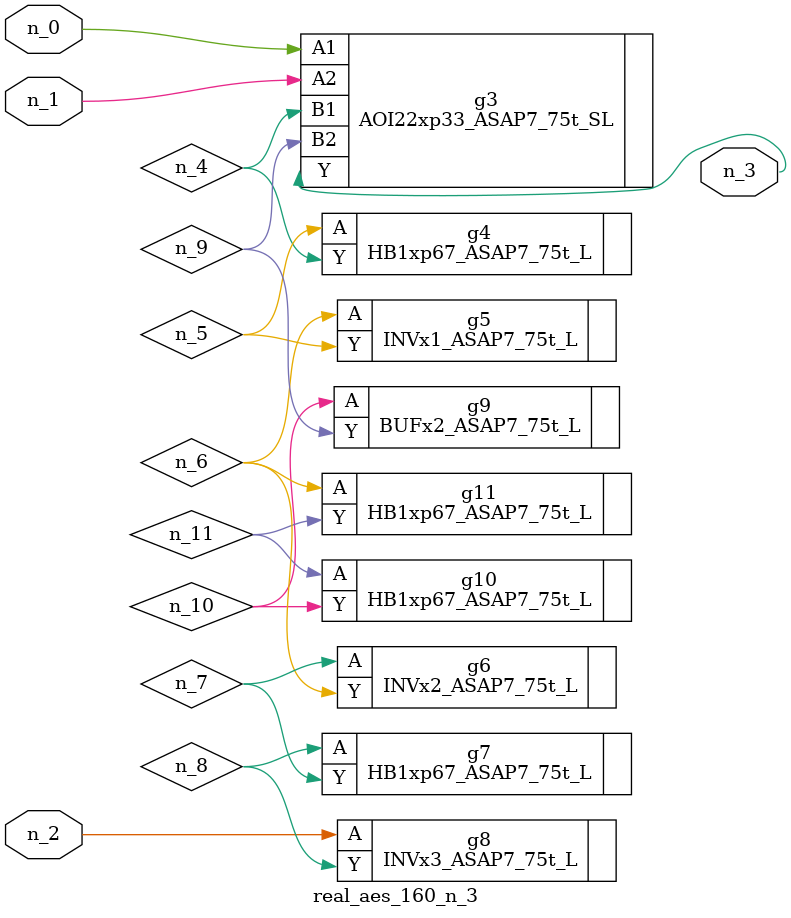
<source format=v>
module real_aes_160_n_3 (n_0, n_2, n_1, n_3);
input n_0;
input n_2;
input n_1;
output n_3;
wire n_4;
wire n_5;
wire n_7;
wire n_9;
wire n_6;
wire n_8;
wire n_10;
wire n_11;
AOI22xp33_ASAP7_75t_SL g3 ( .A1(n_0), .A2(n_1), .B1(n_4), .B2(n_9), .Y(n_3) );
INVx3_ASAP7_75t_L g8 ( .A(n_2), .Y(n_8) );
HB1xp67_ASAP7_75t_L g4 ( .A(n_5), .Y(n_4) );
INVx1_ASAP7_75t_L g5 ( .A(n_6), .Y(n_5) );
HB1xp67_ASAP7_75t_L g11 ( .A(n_6), .Y(n_11) );
INVx2_ASAP7_75t_L g6 ( .A(n_7), .Y(n_6) );
HB1xp67_ASAP7_75t_L g7 ( .A(n_8), .Y(n_7) );
BUFx2_ASAP7_75t_L g9 ( .A(n_10), .Y(n_9) );
HB1xp67_ASAP7_75t_L g10 ( .A(n_11), .Y(n_10) );
endmodule
</source>
